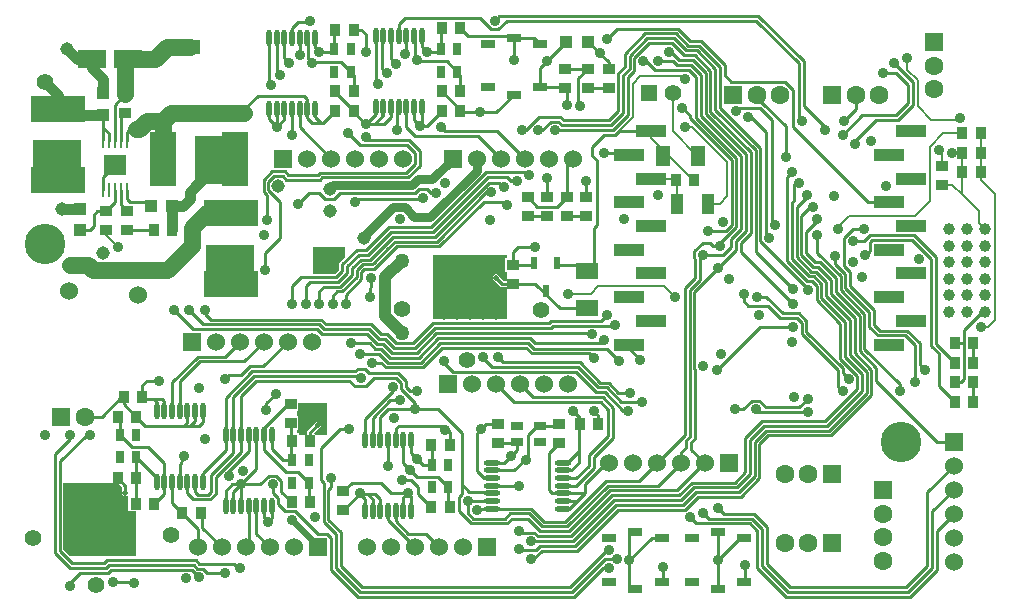
<source format=gtl>
%FSLAX25Y25*%
%MOIN*%
G70*
G01*
G75*
G04 Layer_Physical_Order=1*
G04 Layer_Color=255*
%ADD10R,0.18110X0.08858*%
%ADD11R,0.04331X0.04331*%
%ADD12R,0.03937X0.03543*%
%ADD13R,0.03543X0.03937*%
%ADD14R,0.04528X0.07087*%
%ADD15R,0.02953X0.03937*%
%ADD16O,0.01772X0.05512*%
%ADD17R,0.04724X0.03150*%
%ADD18R,0.04724X0.02953*%
%ADD19R,0.03937X0.02953*%
%ADD20O,0.05512X0.01772*%
%ADD21R,0.10000X0.03900*%
%ADD22R,0.07402X0.06614*%
%ADD23O,0.00984X0.05315*%
%ADD24R,0.04331X0.04331*%
%ADD25R,0.06693X0.04724*%
%ADD26R,0.09449X0.06102*%
%ADD27R,0.08858X0.18110*%
%ADD28R,0.02362X0.03937*%
%ADD29R,0.04331X0.06693*%
%ADD30R,0.07480X0.05315*%
%ADD31C,0.00800*%
%ADD32C,0.01000*%
%ADD33C,0.02000*%
%ADD34C,0.03000*%
%ADD35C,0.05500*%
%ADD36C,0.03500*%
%ADD37C,0.04000*%
%ADD38C,0.03937*%
%ADD39R,0.06299X0.06299*%
%ADD40C,0.06299*%
%ADD41C,0.06000*%
%ADD42R,0.06000X0.06000*%
%ADD43R,0.06299X0.06299*%
%ADD44R,0.06000X0.06000*%
%ADD45C,0.05512*%
%ADD46R,0.05512X0.05512*%
%ADD47C,0.13500*%
%ADD48C,0.03500*%
%ADD49C,0.05500*%
%ADD50C,0.04500*%
%ADD51C,0.05000*%
%ADD52C,0.01969*%
G36*
X354331Y315335D02*
X338331D01*
Y329335D01*
X354331D01*
Y315335D01*
D02*
G37*
G36*
X378500Y266000D02*
X374623D01*
X374417Y266500D01*
X376293Y268376D01*
X376536Y268740D01*
X376622Y269169D01*
X376536Y269599D01*
X376293Y269962D01*
X375929Y270205D01*
X375500Y270291D01*
X375071Y270205D01*
X374707Y269962D01*
X372357Y267612D01*
X372113Y267248D01*
X372028Y266819D01*
X372028Y266819D01*
Y266000D01*
X369222D01*
Y266568D01*
X368500D01*
Y267479D01*
X369069D01*
Y272222D01*
X368500D01*
Y273778D01*
X369069D01*
Y276500D01*
X378500D01*
Y266000D01*
D02*
G37*
G36*
X310209Y248555D02*
Y246492D01*
X310295Y246063D01*
X310538Y245699D01*
X310901Y245456D01*
X311331Y245371D01*
X311760Y245456D01*
X311998Y245615D01*
X312438Y245417D01*
X312479Y245381D01*
Y240431D01*
X315000D01*
Y226000D01*
X314500Y225500D01*
X292849D01*
X290722Y227627D01*
Y250000D01*
X308764D01*
X310209Y248555D01*
D02*
G37*
G36*
X438500Y324884D02*
X438093D01*
Y320140D01*
X438500D01*
Y317334D01*
X437583D01*
X435793Y319124D01*
X435429Y319367D01*
X435000Y319452D01*
X434571Y319367D01*
X434207Y319124D01*
X433964Y318760D01*
X433878Y318331D01*
X433964Y317901D01*
X434207Y317538D01*
X436325Y315420D01*
X436325Y315420D01*
X436689Y315176D01*
X437118Y315091D01*
X437118Y315091D01*
X438500D01*
Y304376D01*
X414108D01*
X414108Y304376D01*
X414000Y304465D01*
Y326000D01*
X438500D01*
Y324884D01*
D02*
G37*
G36*
X296799Y350067D02*
X280799D01*
Y364067D01*
X296799D01*
Y350067D01*
D02*
G37*
G36*
X348634Y349563D02*
X334634D01*
Y365563D01*
X348634D01*
Y349563D01*
D02*
G37*
G36*
X384500Y325086D02*
X382907Y323493D01*
X382664Y323129D01*
X382578Y322700D01*
X382578Y322700D01*
Y320886D01*
X381314Y319621D01*
X374000D01*
Y328500D01*
X384500D01*
Y325086D01*
D02*
G37*
D10*
X288968Y374642D02*
D03*
Y350823D02*
D03*
X346500Y339910D02*
D03*
Y316090D02*
D03*
D11*
X303969Y379776D02*
D03*
Y372689D02*
D03*
X296468Y341276D02*
D03*
Y334189D02*
D03*
D12*
X311469Y373083D02*
D03*
Y379382D02*
D03*
X311968Y340382D02*
D03*
Y334083D02*
D03*
X304969Y340382D02*
D03*
Y334083D02*
D03*
X445500Y345150D02*
D03*
Y338850D02*
D03*
X458500Y345150D02*
D03*
Y338850D02*
D03*
X472500Y387799D02*
D03*
Y381500D02*
D03*
X366500Y269850D02*
D03*
Y276150D02*
D03*
X384000Y247150D02*
D03*
Y240850D02*
D03*
X457969Y381583D02*
D03*
Y387882D02*
D03*
X456000Y263350D02*
D03*
Y269650D02*
D03*
X435500Y269650D02*
D03*
Y263350D02*
D03*
X440661Y322512D02*
D03*
Y316213D02*
D03*
X465000Y345150D02*
D03*
Y338850D02*
D03*
X452000Y345150D02*
D03*
Y338850D02*
D03*
X465500Y387799D02*
D03*
Y381500D02*
D03*
X583500Y355650D02*
D03*
Y349350D02*
D03*
D13*
X596650Y366500D02*
D03*
X590350D02*
D03*
X596650Y360000D02*
D03*
X590350D02*
D03*
X594150Y296500D02*
D03*
X587850D02*
D03*
X594150Y283500D02*
D03*
X587850D02*
D03*
X314850Y243000D02*
D03*
X321150D02*
D03*
X413350Y242000D02*
D03*
X419650D02*
D03*
X419650Y262500D02*
D03*
X413350D02*
D03*
X336650Y240000D02*
D03*
X330350D02*
D03*
X366850Y243500D02*
D03*
X373150D02*
D03*
X373150Y264000D02*
D03*
X366850D02*
D03*
X462850Y269500D02*
D03*
X469150D02*
D03*
X317150Y278500D02*
D03*
X310850D02*
D03*
X315150Y272000D02*
D03*
X308850D02*
D03*
X308850Y251500D02*
D03*
X315150D02*
D03*
X327118Y334232D02*
D03*
X320819D02*
D03*
X594150Y277000D02*
D03*
X587850D02*
D03*
X594150Y290000D02*
D03*
X587850D02*
D03*
X416850Y380500D02*
D03*
X423150D02*
D03*
X423150Y401500D02*
D03*
X416850D02*
D03*
X416850Y374000D02*
D03*
X423150D02*
D03*
X381350Y380500D02*
D03*
X387650D02*
D03*
X387650Y401000D02*
D03*
X381350D02*
D03*
X381350Y374000D02*
D03*
X387650D02*
D03*
X494850Y351000D02*
D03*
X501150D02*
D03*
X596650Y353500D02*
D03*
X590350D02*
D03*
D14*
X490594Y359000D02*
D03*
X502406D02*
D03*
D15*
X413500Y248500D02*
D03*
X419000Y256000D02*
D03*
X413500D02*
D03*
X419000Y248500D02*
D03*
X367000Y250000D02*
D03*
X372500Y257500D02*
D03*
X367000D02*
D03*
X372500Y250000D02*
D03*
X315000Y266000D02*
D03*
X309500Y258500D02*
D03*
X315000D02*
D03*
X309500Y266000D02*
D03*
X381000Y387000D02*
D03*
X386500Y394500D02*
D03*
X381000D02*
D03*
X386500Y387000D02*
D03*
X416500D02*
D03*
X422000Y394500D02*
D03*
X416500D02*
D03*
X422000Y387000D02*
D03*
D16*
X391323Y240689D02*
D03*
X393882D02*
D03*
X396441D02*
D03*
X399000D02*
D03*
X401559D02*
D03*
X404118D02*
D03*
X406677D02*
D03*
X391323Y264311D02*
D03*
X393882D02*
D03*
X396441D02*
D03*
X399000D02*
D03*
X401559D02*
D03*
X404118D02*
D03*
X406677D02*
D03*
X344823Y242189D02*
D03*
X347382D02*
D03*
X349941D02*
D03*
X352500D02*
D03*
X355059D02*
D03*
X357618D02*
D03*
X360177D02*
D03*
X344823Y265811D02*
D03*
X347382D02*
D03*
X349941D02*
D03*
X352500D02*
D03*
X355059D02*
D03*
X357618D02*
D03*
X360177D02*
D03*
X337177Y273811D02*
D03*
X334618D02*
D03*
X332059D02*
D03*
X329500D02*
D03*
X326941D02*
D03*
X324382D02*
D03*
X321823D02*
D03*
X337177Y250189D02*
D03*
X334618D02*
D03*
X332059D02*
D03*
X329500D02*
D03*
X326941D02*
D03*
X324382D02*
D03*
X321823D02*
D03*
X359323Y374689D02*
D03*
X361882D02*
D03*
X364441D02*
D03*
X367000D02*
D03*
X369559D02*
D03*
X372118D02*
D03*
X374677D02*
D03*
X359323Y398311D02*
D03*
X361882D02*
D03*
X364441D02*
D03*
X367000D02*
D03*
X369559D02*
D03*
X372118D02*
D03*
X374677D02*
D03*
X394823Y375189D02*
D03*
X397382D02*
D03*
X399941D02*
D03*
X402500D02*
D03*
X405059D02*
D03*
X407618D02*
D03*
X410177D02*
D03*
X394823Y398811D02*
D03*
X397382D02*
D03*
X399941D02*
D03*
X402500D02*
D03*
X405059D02*
D03*
X407618D02*
D03*
X410177D02*
D03*
D17*
X440869Y379232D02*
D03*
Y398332D02*
D03*
X481400Y214500D02*
D03*
Y233600D02*
D03*
X508900Y214500D02*
D03*
Y233600D02*
D03*
D18*
X432268Y381732D02*
D03*
X449768D02*
D03*
X449669Y396232D02*
D03*
X432268D02*
D03*
X472800Y217000D02*
D03*
X490300D02*
D03*
X490200Y231500D02*
D03*
X472800D02*
D03*
X500300Y217000D02*
D03*
X517800D02*
D03*
X517700Y231500D02*
D03*
X500300D02*
D03*
D19*
X449500Y263500D02*
D03*
X442000Y269000D02*
D03*
Y263500D02*
D03*
X449500Y269000D02*
D03*
D20*
X457311Y241323D02*
D03*
Y243882D02*
D03*
Y246441D02*
D03*
Y249000D02*
D03*
Y251559D02*
D03*
Y254118D02*
D03*
Y256677D02*
D03*
X433689Y241323D02*
D03*
Y243882D02*
D03*
Y246441D02*
D03*
Y249000D02*
D03*
Y251559D02*
D03*
Y254118D02*
D03*
Y256677D02*
D03*
D21*
X573366Y367100D02*
D03*
X565862Y359200D02*
D03*
X573366Y351300D02*
D03*
X565862Y343400D02*
D03*
X573366Y335500D02*
D03*
X565862Y327600D02*
D03*
X573366Y319700D02*
D03*
X565862Y311800D02*
D03*
X573366Y303900D02*
D03*
X565862Y296000D02*
D03*
X486750Y367100D02*
D03*
X479250Y359200D02*
D03*
X486750Y351300D02*
D03*
X479250Y343400D02*
D03*
X486750Y335500D02*
D03*
X479250Y327600D02*
D03*
X486750Y319700D02*
D03*
X479250Y311800D02*
D03*
X486750Y303900D02*
D03*
X479250Y296000D02*
D03*
D22*
X307968Y355732D02*
D03*
D23*
X304031Y347465D02*
D03*
X306000D02*
D03*
X307968D02*
D03*
X309937D02*
D03*
X311906D02*
D03*
X304031Y364000D02*
D03*
X306000D02*
D03*
X307968D02*
D03*
X309937D02*
D03*
X311906D02*
D03*
D24*
X327012Y342232D02*
D03*
X319925D02*
D03*
X458457Y397000D02*
D03*
X465543D02*
D03*
D25*
X332968Y373098D02*
D03*
Y395232D02*
D03*
D26*
X300465Y391232D02*
D03*
X312472D02*
D03*
D27*
X324059Y357732D02*
D03*
X347878D02*
D03*
D28*
X451500Y313776D02*
D03*
X447760Y323224D02*
D03*
X455240D02*
D03*
D29*
X495185Y343000D02*
D03*
X505815D02*
D03*
D30*
X465161Y320661D02*
D03*
Y308063D02*
D03*
D31*
X596000Y336500D02*
X598000Y334500D01*
X601205Y304205D02*
Y346201D01*
X599000Y302000D02*
X601205Y304205D01*
X596500Y302000D02*
X599000D01*
X596650Y350756D02*
X601205Y346201D01*
X491000Y315500D02*
X494500Y312000D01*
X469000Y315500D02*
X491000D01*
X466500Y313000D02*
X469000Y315500D01*
X459000Y313000D02*
X466500D01*
X549000Y334500D02*
X550000Y335500D01*
X549500Y336000D02*
X550000Y335500D01*
X549500Y336000D02*
X552500Y339000D01*
X574500D01*
X596650Y360000D02*
Y366500D01*
X304969Y332531D02*
X309000Y328500D01*
X304969Y332531D02*
Y334083D01*
X493905Y367094D02*
Y379732D01*
Y367094D02*
X502000Y359000D01*
X502406D01*
X498000Y368500D02*
X500379D01*
X509500Y343000D02*
X512000Y345500D01*
X505815Y343000D02*
X509500D01*
X486750Y351300D02*
X494550D01*
X494850Y351000D02*
X495185Y350665D01*
X494550Y351300D02*
X494850Y351000D01*
X495185Y343000D02*
Y350665D01*
X486750Y364844D02*
X500595Y351000D01*
X486750Y364844D02*
Y367100D01*
X596650Y350756D02*
Y360000D01*
X590350Y346150D02*
Y353500D01*
Y360000D01*
X574500Y339000D02*
X579500Y344000D01*
X583500Y349350D02*
X587150D01*
X590350Y346150D01*
X512000Y345500D02*
Y356879D01*
X500379Y368500D02*
X512000Y356879D01*
X475863Y367100D02*
X480500Y371737D01*
Y383000D01*
X483000Y385500D01*
X497000D01*
X498000Y384500D01*
X572000Y387621D02*
Y391500D01*
Y387621D02*
X575500Y384121D01*
Y375500D02*
Y384121D01*
Y375500D02*
X580000Y371000D01*
X589000D01*
X589500Y371500D01*
X596000Y336500D02*
Y340500D01*
X590350Y346150D02*
X596000Y340500D01*
X582500Y361000D02*
X582633D01*
X579500Y361889D02*
X584111Y366500D01*
X579500Y344000D02*
Y361889D01*
X584111Y366500D02*
X590350D01*
X583500Y355650D02*
Y360111D01*
X583511Y360122D01*
X582633Y361000D02*
X583511Y360122D01*
D32*
X597000Y307000D02*
X598000D01*
X558000Y325500D02*
X559600Y327100D01*
Y330100D01*
X558000Y325500D02*
Y326000D01*
X557737Y330500D02*
X559737Y332500D01*
X554000Y330500D02*
X557737D01*
X559600Y330100D02*
X560400Y330900D01*
X567198D01*
X553969Y334500D02*
X557500D01*
X551050Y322070D02*
Y331580D01*
X553969Y334500D01*
X420500Y287000D02*
X423555D01*
X417500Y290000D02*
X420500Y287000D01*
X423555D02*
X423625Y286931D01*
X417500Y290000D02*
Y290500D01*
X548000Y322857D02*
X551450Y319407D01*
X542000Y326594D02*
X549850Y318744D01*
X548250Y313487D02*
Y318081D01*
X542832Y323500D02*
X548250Y318081D01*
X546650Y312825D02*
Y317419D01*
X542169Y321900D02*
X546650Y317419D01*
X545050Y312162D02*
Y316756D01*
X541506Y320300D02*
X545050Y316756D01*
X543450Y311499D02*
Y316093D01*
X539326Y318700D02*
X540843D01*
X541850Y310836D02*
Y315430D01*
X532000Y323763D02*
X538663Y317100D01*
X548000Y322857D02*
Y325500D01*
X540843Y318700D02*
X543450Y316093D01*
X540180Y317100D02*
X541850Y315430D01*
X538663Y317100D02*
X540180D01*
X551050Y322070D02*
X553050Y320070D01*
X559737Y332500D02*
X567861D01*
X542000Y326594D02*
Y332500D01*
X538400Y333400D02*
X542076Y337076D01*
X538400Y326414D02*
Y333400D01*
X542076Y337076D02*
Y337900D01*
X582000Y263500D02*
X587500D01*
X561750Y283750D02*
X582000Y263500D01*
X561750Y283750D02*
Y288332D01*
X532000Y323763D02*
Y352000D01*
X533600Y324426D02*
X539326Y318700D01*
X535200Y325088D02*
Y342000D01*
X452754Y303254D02*
X453450Y303950D01*
X414108Y303254D02*
X452754D01*
X453417Y301654D02*
X454113Y302350D01*
X414771Y301654D02*
X453417D01*
X407254Y296400D02*
X414108Y303254D01*
X407917Y294800D02*
X414771Y301654D01*
X408579Y293200D02*
X415079Y299700D01*
X466800D01*
X409242Y291600D02*
X415742Y298100D01*
X446325D01*
X409905Y290000D02*
X416405Y296500D01*
X445663D01*
X410568Y288400D02*
X417068Y294900D01*
X445000D01*
X573680Y330850D02*
X579900Y324630D01*
Y295688D02*
Y324630D01*
X574343Y332450D02*
X581500Y325293D01*
Y296350D02*
Y325293D01*
X582500Y282350D02*
X587850Y277000D01*
X499500Y371500D02*
Y372500D01*
X514934Y373733D02*
X516052Y374850D01*
X523150D02*
X527000Y371000D01*
X523813Y376450D02*
X531500Y368763D01*
X523787Y376450D02*
X523813D01*
X521969Y378269D02*
X523787Y376450D01*
X531500Y358500D02*
Y368763D01*
X527000Y337000D02*
Y371000D01*
X523100Y330369D02*
Y361476D01*
X521500Y327000D02*
Y360814D01*
X467500Y335000D02*
X468500Y336000D01*
X467500Y323000D02*
Y335000D01*
X465161Y320661D02*
X467500Y323000D01*
X467000Y359000D02*
Y362000D01*
Y359000D02*
X468500Y357500D01*
X467000Y362000D02*
X470900Y365900D01*
X475863Y367100D02*
X486750D01*
X474663Y365900D02*
X475863Y367100D01*
X521969Y378269D02*
Y379232D01*
X535900Y371600D02*
X537000Y370500D01*
X544500Y367500D02*
Y368500D01*
X537500Y375500D02*
X544500Y368500D01*
X537500Y375500D02*
Y390500D01*
X550985Y370515D02*
X551015D01*
X554969Y374468D01*
Y379232D01*
X525000Y332500D02*
Y367000D01*
X337100Y234900D02*
X343500Y228500D01*
X337100Y234900D02*
Y239550D01*
X336650Y240000D02*
X337100Y239550D01*
X360500Y246545D02*
X362163Y244882D01*
Y242892D02*
Y244882D01*
Y242892D02*
X364623Y240431D01*
X368069D02*
X375500Y233000D01*
X364623Y240431D02*
X368069D01*
X375500Y233000D02*
X378556D01*
X356410Y249441D02*
X359319Y252350D01*
X361681D01*
X363350Y250680D01*
Y247000D02*
Y250680D01*
Y247000D02*
X366850Y243500D01*
X465950Y293050D02*
X467500Y291500D01*
X446850Y293050D02*
X465950D01*
X445000Y294900D02*
X446850Y293050D01*
X466800Y299700D02*
X467000Y299500D01*
X470000Y296500D02*
X471000Y297500D01*
X447926Y296500D02*
X470000D01*
X446325Y298100D02*
X447926Y296500D01*
X447513Y294650D02*
X471850D01*
X445663Y296500D02*
X447513Y294650D01*
X471850D02*
X476000Y290500D01*
X454113Y302350D02*
X474350D01*
X453450Y303950D02*
X469950D01*
X472000Y306000D01*
X474350Y302350D02*
X474500Y302500D01*
X510531Y326000D02*
X513200Y328670D01*
X559100Y343400D02*
X565862D01*
X531477Y383482D02*
X534000Y380959D01*
X513468Y383482D02*
X531477D01*
X472500Y387799D02*
Y390043D01*
X465543Y397000D02*
X472500Y390043D01*
X497000Y375000D02*
X499500Y372500D01*
X479250Y294750D02*
X483000Y291000D01*
X479250Y294750D02*
Y296000D01*
X536000Y275100D02*
X538900Y278000D01*
X524930Y275100D02*
X536000D01*
X522681Y277350D02*
X524930Y275100D01*
X520320Y277350D02*
X522681D01*
X517470Y274500D02*
X520320Y277350D01*
X514500Y274500D02*
X517470D01*
X522500Y273500D02*
X539000D01*
X521500Y274500D02*
X522500Y273500D01*
X307394Y217000D02*
X314500D01*
X314254Y216485D02*
X314500Y216730D01*
Y217000D01*
X336075Y222950D02*
X347550D01*
X334825Y224200D02*
X336075Y222950D01*
X305375Y224200D02*
X334825D01*
X304275Y223100D02*
X305375Y224200D01*
X293663Y223100D02*
X304275D01*
X335413Y221350D02*
X337180D01*
X334163Y222600D02*
X335413Y221350D01*
X306037Y222600D02*
X334163D01*
X304937Y221500D02*
X306037Y222600D01*
X293000Y221500D02*
X304937D01*
X333500Y221000D02*
X336000Y218500D01*
X306700Y221000D02*
X333500D01*
X305600Y219900D02*
X306700Y221000D01*
X449419Y371950D02*
X456343D01*
X444970Y367500D02*
X449419Y371950D01*
X443500Y367500D02*
X444970D01*
X453320Y370350D02*
X455681D01*
X450469Y367500D02*
X453320Y370350D01*
X449000Y367500D02*
X450469D01*
X416500Y368500D02*
X417900Y367100D01*
X435400D01*
X444500Y358000D01*
X497950Y314976D02*
X501300Y318325D01*
X501150Y313650D02*
X509000Y321500D01*
X501150Y287820D02*
Y313650D01*
X499550Y314313D02*
X502900Y317663D01*
X499550Y287157D02*
Y314313D01*
X497950Y286494D02*
Y314976D01*
X500000Y261000D02*
Y263474D01*
X497950Y286494D02*
X498000Y286444D01*
Y266000D02*
Y286444D01*
X499550Y287157D02*
X499600Y287107D01*
Y265337D02*
Y287107D01*
X501150Y287820D02*
X501200Y287770D01*
Y264674D02*
Y287770D01*
X500000Y263474D02*
X501200Y264674D01*
X498400Y264137D02*
X499600Y265337D01*
X498400Y261900D02*
Y264137D01*
X488500Y256500D02*
X498000Y266000D01*
X501300Y318325D02*
Y324670D01*
X502900Y317663D02*
Y324900D01*
X496500Y260000D02*
X498400Y261900D01*
X500000Y261000D02*
X504500Y256500D01*
X471975Y227500D02*
X472500D01*
X459570Y215095D02*
X471975Y227500D01*
X390430Y215095D02*
X459570D01*
X383200Y222325D02*
X390430Y215095D01*
X460232Y213495D02*
X471236Y224498D01*
X475300D01*
X389768Y213495D02*
X460232D01*
X381600Y221663D02*
X389768Y213495D01*
X470500Y221500D02*
X472500D01*
X460895Y211895D02*
X470500Y221500D01*
X389105Y211895D02*
X460895D01*
X380000Y221000D02*
X389105Y211895D01*
X394350Y284850D02*
X401681D01*
X391650Y282150D02*
X394350Y284850D01*
X387850Y282150D02*
X391650D01*
X386150Y283850D02*
X387850Y282150D01*
X391180Y287850D02*
X392581Y286450D01*
X391323Y271323D02*
X400500Y280500D01*
X404950Y281843D02*
X406293Y280500D01*
X404950Y281843D02*
Y283843D01*
X402343Y286450D02*
X404950Y283843D01*
X392581Y286450D02*
X402343D01*
X403350Y281181D02*
X408000Y276531D01*
X403350Y281181D02*
Y283180D01*
X401681Y284850D02*
X403350Y283180D01*
X400500Y280500D02*
Y282000D01*
X398337Y288400D02*
X410568D01*
X396737Y290000D02*
X398337Y288400D01*
X399000Y290000D02*
X409905D01*
X396000Y293000D02*
X399000Y290000D01*
X399663Y291600D02*
X409242D01*
X396663Y294600D02*
X399663Y291600D01*
X400325Y293200D02*
X408579D01*
X397325Y296200D02*
X400325Y293200D01*
X400988Y294800D02*
X407917D01*
X397988Y297800D02*
X400988Y294800D01*
X401651Y296400D02*
X407254D01*
X398651Y299400D02*
X401651Y296400D01*
X396746Y299400D02*
X398651D01*
X383200Y222325D02*
Y233563D01*
X379100Y237663D02*
X383200Y233563D01*
X379100Y237663D02*
Y247545D01*
X381600Y221663D02*
Y232900D01*
X377500Y237000D02*
X381600Y232900D01*
X393500Y290000D02*
X396737D01*
X430500Y291600D02*
Y292000D01*
X392121Y299500D02*
X395421Y296200D01*
X377000Y299500D02*
X392121D01*
X395421Y296200D02*
X397325D01*
X392783Y301100D02*
X396083Y297800D01*
X397988D01*
X393352Y302794D02*
X396746Y299400D01*
X377663Y301100D02*
X392783D01*
X378231Y302794D02*
X393352D01*
X394758Y294600D02*
X396663D01*
X392858Y296500D02*
X394758Y294600D01*
X389500Y293000D02*
X396000D01*
X386500Y296500D02*
X392858D01*
X380000Y221000D02*
Y231556D01*
X378556Y233000D02*
X380000Y231556D01*
X360500Y246545D02*
Y249500D01*
X425231Y286931D02*
X429375D01*
X425231Y286931D02*
X425231Y286931D01*
X423625Y286931D02*
X425231D01*
X429375Y286931D02*
X429445Y287000D01*
X461500D01*
X406293Y280500D02*
X408500D01*
X344500Y284500D02*
X345881Y285881D01*
X350119D01*
X352937Y288700D01*
X357200D01*
X365500Y297000D01*
X399763Y277500D02*
X403000D01*
X393882Y271619D02*
X399763Y277500D01*
X399026Y274500D02*
X408000D01*
X396441Y271916D02*
X399026Y274500D01*
X388820Y287850D02*
X391180D01*
X388070Y287100D02*
X388820Y287850D01*
X353600Y287100D02*
X388070D01*
X354875Y283850D02*
X386150D01*
X349941Y278916D02*
X354875Y283850D01*
X354313Y285450D02*
X389550D01*
X390000Y285000D01*
X354263Y285500D02*
X354313Y285450D01*
X376063Y302700D02*
X377663Y301100D01*
X375400D02*
X377000Y299500D01*
X376726Y304300D02*
X378231Y302794D01*
X340000Y304300D02*
X376726D01*
X338000Y306300D02*
X340000Y304300D01*
X338000Y306300D02*
Y307500D01*
X337300Y302700D02*
X376063D01*
X332500Y307500D02*
X337300Y302700D01*
X333900Y301100D02*
X375400D01*
X327500Y307500D02*
X333900Y301100D01*
X452000Y345150D02*
Y351500D01*
X438750Y342500D02*
Y342550D01*
X437650Y343650D02*
X438750Y342550D01*
X431700Y346734D02*
X433467D01*
X430878Y343650D02*
X437650D01*
X438500Y352000D02*
X440000Y350500D01*
X432440Y352000D02*
X438500D01*
X431777Y353600D02*
X444900D01*
X436000Y350000D02*
X437500Y348500D01*
X444900Y353600D02*
X446000Y352500D01*
X432702Y350000D02*
X436000D01*
X440000Y350500D02*
X442000D01*
X394350Y330138D02*
X399362Y335150D01*
X400750Y327461D02*
Y327487D01*
X395039Y321750D02*
X400750Y327461D01*
X395013Y321750D02*
X395039D01*
X399150Y328124D02*
Y328150D01*
X394376Y323350D02*
X399150Y328124D01*
X394350Y323350D02*
X394376D01*
X397550Y328787D02*
Y328813D01*
X393713Y324950D02*
X397550Y328787D01*
X393687Y324950D02*
X393713D01*
X395950Y329450D02*
Y329475D01*
X393050Y326550D02*
X395950Y329450D01*
X393024Y326550D02*
X393050D01*
X394350Y330112D02*
Y330138D01*
X392388Y328150D02*
X394350Y330112D01*
X392362Y328150D02*
X392388D01*
X399150D02*
X401350Y330350D01*
X393700Y322700D02*
X394350Y323350D01*
X390488Y322700D02*
X393700D01*
X397550Y328813D02*
X400687Y331950D01*
X393037Y324300D02*
X393687Y324950D01*
X389826Y324300D02*
X393037D01*
X395950Y329475D02*
X400025Y333550D01*
X392374Y325900D02*
X393024Y326550D01*
X389163Y325900D02*
X392374D01*
X391712Y327500D02*
X392362Y328150D01*
X388500Y327500D02*
X391712D01*
X383700Y322700D02*
X388500Y327500D01*
X385300Y322037D02*
X389163Y325900D01*
X386900Y321375D02*
X389826Y324300D01*
X388500Y320712D02*
X390488Y322700D01*
X400750Y327487D02*
X402013Y328750D01*
X394363Y321100D02*
X395013Y321750D01*
X391151Y321100D02*
X394363D01*
X390100Y320049D02*
X391151Y321100D01*
X390100Y317771D02*
Y320049D01*
X385000Y312671D02*
X390100Y317771D01*
X383700Y320422D02*
Y322700D01*
X381778Y318500D02*
X383700Y320422D01*
X385300Y319759D02*
Y322037D01*
X382441Y316900D02*
X385300Y319759D01*
X386900Y319096D02*
Y321375D01*
X383104Y315300D02*
X386900Y319096D01*
X388500Y318433D02*
Y320712D01*
X383767Y313700D02*
X388500Y318433D01*
X385000Y309500D02*
Y312671D01*
X382000Y313700D02*
X383767D01*
X380500Y312200D02*
X382000Y313700D01*
X380500Y309500D02*
Y312200D01*
X377500Y315300D02*
X383104D01*
X376000Y313800D02*
X377500Y315300D01*
X376000Y309500D02*
Y313800D01*
X373000Y316900D02*
X382441D01*
X371500Y315400D02*
X373000Y316900D01*
X371500Y309500D02*
Y315400D01*
X370000Y318500D02*
X381778D01*
X367000Y315500D02*
X370000Y318500D01*
X367000Y309500D02*
Y315500D01*
X393000Y312000D02*
X393165Y318165D01*
X369000Y343000D02*
X372500Y346500D01*
X350902Y373098D02*
Y374402D01*
X355500Y379000D01*
X371000D01*
X372118Y377882D01*
Y374689D02*
Y377882D01*
X457969Y381583D02*
X458500Y381051D01*
X457819Y381732D02*
X457969Y381583D01*
X458500Y376000D02*
Y381051D01*
X465000Y345150D02*
Y350500D01*
X458500Y356000D02*
X460500Y358000D01*
X458500Y345150D02*
Y356000D01*
X455350Y342000D02*
X458500Y345150D01*
X448650Y342000D02*
X455350D01*
X445500Y345150D02*
X448650Y342000D01*
X452000Y338850D02*
X452000Y338850D01*
X445500Y338850D02*
X452000D01*
X465000D02*
X465000Y338850D01*
X458500Y338850D02*
X465000D01*
X463236Y322587D02*
X465161Y320661D01*
X454902Y322587D02*
X463236D01*
X456236Y308063D02*
X465161D01*
X448087Y316213D02*
X456236Y308063D01*
X440661Y316213D02*
X448087D01*
X435000Y318331D02*
X437118Y316213D01*
X440661D01*
X442202Y328500D02*
X448000D01*
X440500Y326798D02*
X442202Y328500D01*
X440500Y322673D02*
Y326798D01*
Y322673D02*
X440661Y322512D01*
X447346D02*
X447421Y322587D01*
X440661Y322512D02*
X447346D01*
X472488Y283300D02*
X475788Y280000D01*
X476525Y277000D02*
X483500D01*
X475788Y280000D02*
X479500D01*
X471826Y281700D02*
X476525Y277000D01*
X477263Y274000D02*
X479000D01*
X469726Y283300D02*
X472488D01*
X462825Y290200D02*
X469726Y283300D01*
X437300Y290200D02*
X462825D01*
X435500Y292000D02*
X437300Y290200D01*
X469063Y281700D02*
X471826D01*
X462163Y288600D02*
X469063Y281700D01*
X433500Y288600D02*
X462163D01*
X471163Y280100D02*
X477263Y274000D01*
X468400Y280100D02*
X471163D01*
X461500Y287000D02*
X468400Y280100D01*
X467500Y274000D02*
X469150Y272350D01*
Y269500D02*
Y272350D01*
X462850Y269500D02*
Y271650D01*
X460500Y274000D02*
X462850Y271650D01*
X457311Y251559D02*
X461796D01*
X465900Y255663D01*
Y259163D01*
X440860Y276900D02*
X469837D01*
X434929Y282831D02*
X440860Y276900D01*
X447260Y278500D02*
X470500D01*
X442929Y282831D02*
X447260Y278500D01*
X467500Y255000D02*
Y258500D01*
X461500Y249000D02*
X467500Y255000D01*
X457311Y249000D02*
X461500D01*
X457252Y246500D02*
X457311Y246441D01*
X453500Y246500D02*
X457252D01*
X452500Y247500D02*
X453500Y246500D01*
X452500Y247500D02*
Y259850D01*
X456000Y263350D01*
X462500Y260500D02*
Y269150D01*
Y256500D02*
Y260500D01*
X458677Y256677D02*
X462500Y260500D01*
X457311Y256677D02*
X458677D01*
X462500Y269150D02*
X462850Y269500D01*
X460118Y254118D02*
X462500Y256500D01*
X457311Y254118D02*
X460118D01*
X457311Y243882D02*
X462000D01*
X567910Y332450D02*
X574343D01*
X567248Y330850D02*
X573680D01*
X567198Y330900D02*
X567248Y330850D01*
X567861Y332500D02*
X567910Y332450D01*
X435650Y401150D02*
X438500Y404000D01*
X433320Y401150D02*
X435650D01*
X434485Y404015D02*
X434515D01*
X436105Y405605D01*
X429500Y404970D02*
X433320Y401150D01*
X429500Y404970D02*
Y405000D01*
X404500D02*
X429500D01*
X402500Y403000D02*
X404500Y405000D01*
X449768Y388312D02*
X458457Y397000D01*
X372500Y403500D02*
X373000Y404000D01*
X369000Y403500D02*
X372500D01*
X367000Y401500D02*
X369000Y403500D01*
X367000Y398311D02*
Y401500D01*
X402500Y398811D02*
Y403000D01*
X440201Y399000D02*
X440869Y398332D01*
X425650Y399000D02*
X440201D01*
X423150Y401500D02*
X425650Y399000D01*
X440869Y391131D02*
X441000Y391000D01*
X440869Y391131D02*
Y398332D01*
X501150Y327181D02*
X503969Y330000D01*
X504000Y326000D02*
X510531D01*
X509000Y321500D02*
X515000Y327500D01*
X501150Y324819D02*
Y327181D01*
Y324819D02*
X501300Y324670D01*
X496500Y256500D02*
Y260000D01*
X502900Y324900D02*
X504000Y326000D01*
X369500Y392000D02*
Y392500D01*
Y392000D02*
X369559Y392059D01*
X372350Y391150D02*
Y398079D01*
Y391150D02*
X373500Y390000D01*
X364441Y391559D02*
Y398311D01*
Y391559D02*
X366000Y390000D01*
X361882Y387118D02*
Y398311D01*
Y387118D02*
X363000Y386000D01*
X359323Y383177D02*
Y398311D01*
Y383177D02*
X360000Y382500D01*
X390000Y401000D02*
X391500Y399500D01*
X387650Y401000D02*
X390000D01*
X374677Y394823D02*
X376000Y393500D01*
X374677Y394823D02*
Y398311D01*
X376000Y393500D02*
X380000D01*
X381000Y394500D01*
X383432Y390069D02*
X386500Y387000D01*
X373569Y390069D02*
X383432D01*
X372118Y398311D02*
X372350Y398079D01*
X409000Y390500D02*
X418500D01*
X407850Y391650D02*
Y398579D01*
X415500Y393500D02*
X416500Y394500D01*
X412000Y393500D02*
X415500D01*
X410177Y395323D02*
X412000Y393500D01*
X410177Y395323D02*
Y398811D01*
X418500Y390500D02*
X422000Y387000D01*
X407618Y398811D02*
X407850Y398579D01*
X426807Y236400D02*
X438663D01*
X422650Y240557D02*
X426807Y236400D01*
X422650Y240557D02*
Y245181D01*
X423500Y246030D01*
Y249500D01*
X427469Y238000D02*
X438000D01*
X425500Y239969D02*
X427469Y238000D01*
X425500Y239969D02*
Y243000D01*
X424500Y244000D02*
X425500Y243000D01*
X426150Y246850D02*
X433280D01*
X433689Y246441D01*
X423500Y249500D02*
X426150Y246850D01*
X428500Y241000D02*
X428823Y241323D01*
X424618Y243882D02*
X433689D01*
X489000Y249000D02*
X496500Y256500D01*
X321150Y243000D02*
X324382Y246232D01*
Y250189D01*
X349941Y260178D02*
Y265811D01*
X341600Y251837D02*
X349941Y260178D01*
X341600Y246337D02*
Y251837D01*
X339663Y244400D02*
X341600Y246337D01*
X334100Y244400D02*
X339663D01*
X332059Y246441D02*
X334100Y244400D01*
X332059Y246441D02*
Y250189D01*
X335500Y228500D02*
Y234500D01*
X326941Y243059D02*
X335500Y234500D01*
X326941Y243059D02*
Y250189D01*
X334618Y246882D02*
Y250189D01*
Y246882D02*
X335500Y246000D01*
X339000D01*
X340000Y247000D01*
Y252500D01*
X347382Y259882D01*
Y265811D01*
X344823Y260823D02*
Y265811D01*
X337177Y253177D02*
X344823Y260823D01*
X337177Y250189D02*
Y253177D01*
X349941Y265811D02*
Y278916D01*
X347382Y265811D02*
Y278619D01*
X344823Y265811D02*
Y278323D01*
X358454Y276454D02*
X361500Y279500D01*
Y280500D01*
X358454Y274185D02*
Y276454D01*
X357618Y268118D02*
X365650Y276150D01*
X318500Y284000D02*
X322500D01*
X317150Y282650D02*
X318500Y284000D01*
X317150Y278500D02*
Y282650D01*
X329500Y273811D02*
Y283737D01*
X326941Y273811D02*
Y283441D01*
X333000Y269000D02*
X336000D01*
X337177Y270177D01*
Y273811D01*
X331000Y269000D02*
X333000D01*
X334618Y270618D01*
Y273811D01*
X315150Y272000D02*
X318150Y269000D01*
X331000D01*
X332059Y270059D01*
Y273811D01*
X320575Y278000D02*
X323500D01*
X317650D02*
X320575D01*
X321823Y276752D01*
Y273811D02*
Y276752D01*
X324382Y273811D02*
Y277118D01*
X323500Y278000D02*
X324382Y277118D01*
X317150Y278500D02*
X317650Y278000D01*
X298000Y272000D02*
X303555D01*
X310055Y278500D01*
X310850D01*
Y276299D02*
Y278500D01*
Y276299D02*
X315150Y272000D01*
X311331Y246492D02*
Y249020D01*
X308850Y251500D02*
X311331Y249020D01*
X315000Y243150D02*
Y258500D01*
X308850Y272000D02*
X309500Y271350D01*
Y266000D02*
Y271350D01*
Y266000D02*
X313500Y262000D01*
X319000D01*
X324382Y256618D01*
Y250189D02*
Y256618D01*
X315000Y258500D02*
X321823Y251677D01*
Y250189D02*
Y251677D01*
X347382Y246882D02*
X349941Y249441D01*
Y242189D02*
Y249441D01*
X372500Y244150D02*
Y250000D01*
X357618Y265811D02*
Y268118D01*
X365650Y276150D02*
X366500D01*
X364000Y257500D02*
X367000D01*
X366500Y258000D02*
Y269850D01*
X373150Y266819D02*
X375500Y269169D01*
X373150Y264000D02*
Y266819D01*
X369000Y253500D02*
X372500Y250000D01*
X365000Y253500D02*
X369000D01*
X357618Y260882D02*
X365000Y253500D01*
X357618Y260882D02*
Y265811D01*
X360177Y261323D02*
X364000Y257500D01*
X360177Y261323D02*
Y265811D01*
X346941Y249441D02*
X349941D01*
X344823Y247323D02*
X346941Y249441D01*
X344823Y242189D02*
Y247323D01*
X347382Y242189D02*
Y246882D01*
X357618Y238382D02*
Y242189D01*
Y238382D02*
X359000Y237000D01*
X360177Y238177D01*
Y242189D01*
X351500Y228500D02*
X352500Y229500D01*
Y242189D01*
X355059Y232941D02*
X359500Y228500D01*
X355059Y232941D02*
Y242189D01*
X396500Y250000D02*
X400000Y246500D01*
X405500D01*
X403500Y251000D02*
X406500D01*
X409000Y248500D01*
X430941Y251559D02*
X433689D01*
X428500Y254000D02*
X430941Y251559D01*
X428500Y254000D02*
Y266500D01*
X430000Y268000D01*
X431650Y269650D01*
X435500D01*
X416500Y269000D02*
X418000Y267500D01*
X402500Y269000D02*
X416500D01*
X401559Y268059D02*
X402500Y269000D01*
X401559Y264311D02*
Y268059D01*
X418000Y267500D02*
X419000D01*
X419650Y266850D01*
Y262500D02*
Y266850D01*
X409000Y246350D02*
Y248500D01*
Y246350D02*
X413350Y242000D01*
X389500Y246350D02*
X392150D01*
X394650D01*
X396441Y244559D01*
Y240689D02*
Y244559D01*
X392150Y246350D02*
X393882Y244618D01*
Y240689D02*
Y244618D01*
X389500Y246350D02*
X391323Y244528D01*
Y240689D02*
Y244528D01*
X384000Y240850D02*
X389500Y246350D01*
X405500Y246500D02*
X406677Y245323D01*
Y240689D02*
Y245323D01*
X404118Y245118D02*
X405500Y246500D01*
X404118Y240689D02*
Y245118D01*
X411500Y233000D02*
X416000Y228500D01*
X405763Y233000D02*
X411500D01*
X401559Y237204D02*
X405763Y233000D01*
X401559Y237204D02*
Y240689D01*
X399000Y237500D02*
Y240689D01*
Y237500D02*
X408000Y228500D01*
X428823Y241323D02*
X433689D01*
X408000Y274500D02*
X415500D01*
X423500Y266500D01*
Y249500D02*
Y266500D01*
X396441Y264311D02*
Y271916D01*
X393882Y264311D02*
Y271619D01*
X391323Y264311D02*
Y271323D01*
X404118Y256382D02*
X408500Y252000D01*
X406677Y259823D02*
X410500Y256000D01*
X413350Y262500D02*
X413500Y262350D01*
Y256000D02*
Y262350D01*
X419000Y242650D02*
X419650Y242000D01*
X419000Y242650D02*
Y248500D01*
X415500Y252000D02*
X419000Y248500D01*
X408500Y252000D02*
X415500D01*
X404118Y256382D02*
Y264311D01*
X410500Y256000D02*
X413500D01*
X406677Y259823D02*
Y264311D01*
X441118Y254118D02*
X445500Y258500D01*
X439839Y258839D02*
X442000Y261000D01*
X437677Y256677D02*
X439839Y258839D01*
X455350Y269000D02*
X456000Y269650D01*
X449500Y269000D02*
X455350D01*
X448500D02*
X449500D01*
X445500Y266000D02*
X448500Y269000D01*
X445500Y258500D02*
Y266000D01*
X433689Y254118D02*
X441118D01*
X435500Y263350D02*
X441850D01*
X442000Y263500D01*
Y261000D02*
Y263500D01*
X433689Y256677D02*
X437677D01*
X508900Y224050D02*
Y233600D01*
Y214500D02*
Y224050D01*
X516350Y231500D02*
X517700D01*
X508900Y224050D02*
X516350Y231500D01*
X479400Y224050D02*
Y233600D01*
Y214500D02*
Y224050D01*
X486850Y231500D01*
X488200D01*
X349000Y221500D02*
X349500D01*
X347550Y222950D02*
X349000Y221500D01*
X288000Y226500D02*
X293000Y221500D01*
X296400Y219900D02*
X305600D01*
X293000Y216500D02*
X296400Y219900D01*
X338530Y220000D02*
X344500D01*
X337180Y221350D02*
X338530Y220000D01*
X289600Y227163D02*
X293663Y223100D01*
X289600Y227163D02*
Y257100D01*
X298500Y266000D01*
X299500D01*
X288000Y226500D02*
Y259500D01*
X293000Y264500D01*
Y266000D01*
Y215500D02*
Y216500D01*
X590000Y283500D02*
X591000Y284500D01*
X587850Y283500D02*
X590000D01*
X594150Y277000D02*
Y283500D01*
X429000Y365500D02*
X436500Y358000D01*
X408000Y365500D02*
X429000D01*
X367000Y366000D02*
Y374689D01*
X369559Y368441D02*
Y374689D01*
Y368441D02*
X380000Y358000D01*
X296468Y334189D02*
X299689D01*
X301000Y335500D01*
Y339264D01*
X302118Y340382D01*
X304969D01*
X318657Y343500D02*
X319925Y342232D01*
X313000Y343500D02*
X318657D01*
X311906Y344595D02*
X313000Y343500D01*
X311906Y344595D02*
Y347465D01*
X312118Y334232D02*
X320819D01*
X303969Y368376D02*
Y372689D01*
Y364063D02*
Y368376D01*
X306000Y366344D01*
Y364000D02*
Y366344D01*
X304031Y351795D02*
X307968Y355732D01*
X304031Y347465D02*
Y351795D01*
X304000Y347433D02*
X304031Y347465D01*
X304969Y340382D02*
X307968Y343382D01*
Y347465D01*
X309937Y342413D02*
X311968Y340382D01*
X309937Y342413D02*
Y347465D01*
X472303Y381500D02*
X472500Y381303D01*
X449768Y381732D02*
X457819D01*
X449768D02*
Y388312D01*
X440869Y398332D02*
X447569D01*
X449669Y396232D01*
X416500Y401150D02*
X416850Y401500D01*
X416500Y394500D02*
Y401150D01*
X422000Y387000D02*
X423150Y385850D01*
Y380500D02*
Y385850D01*
X429500Y373500D02*
X435136D01*
X440869Y379232D01*
X423650Y373500D02*
X429500D01*
X423150Y374000D02*
X423650Y373500D01*
X423150Y374000D02*
Y374201D01*
X416850Y380500D02*
X423150Y374201D01*
X409500Y369000D02*
X411850D01*
X416850Y374000D01*
X410177Y369677D02*
Y375189D01*
X409500Y369000D02*
X410177Y369677D01*
X407618Y370882D02*
X409500Y369000D01*
X407618Y370882D02*
Y375189D01*
X369559Y392059D02*
Y398311D01*
X361882Y368618D02*
X364441Y371177D01*
Y374689D01*
X359323Y371177D02*
X361882Y368618D01*
Y374689D01*
X347878Y357732D02*
X351232D01*
X359323Y371177D02*
Y374689D01*
X405059Y393559D02*
Y398811D01*
X394500Y369500D02*
X397500D01*
X391500D02*
X394500D01*
X397382Y372382D01*
Y375189D01*
X391500Y369500D02*
X394823Y372823D01*
Y375189D01*
X387650Y373350D02*
X391500Y369500D01*
X387650Y373350D02*
Y374000D01*
X381350Y380299D02*
X387650Y374000D01*
X381350Y380299D02*
Y380500D01*
X376500Y370000D02*
X377350D01*
X373500D02*
X376500D01*
X374677Y371823D02*
X376500Y370000D01*
X374677Y371823D02*
Y374689D01*
X377350Y370000D02*
X381350Y374000D01*
X372118Y371382D02*
X373500Y370000D01*
X372118Y371382D02*
Y374689D01*
X386500Y387000D02*
X387650Y385850D01*
Y380500D02*
Y385850D01*
X381000Y400650D02*
X381350Y401000D01*
X381000Y394500D02*
Y400650D01*
X374500Y398488D02*
X374677Y398311D01*
X436105Y405605D02*
X522395D01*
X537500Y390500D01*
X438500Y404000D02*
X521737D01*
X535900Y389837D01*
X467500Y258500D02*
X474000Y265000D01*
Y275000D01*
X470500Y278500D02*
X474000Y275000D01*
X465900Y259163D02*
X472400Y265663D01*
Y274337D01*
X469837Y276900D02*
X472400Y274337D01*
X464559Y249559D02*
X471500Y256500D01*
X472500D01*
X457311Y241323D02*
X459441D01*
X464559Y246441D01*
X457311D02*
X464559D01*
Y249559D01*
X449675Y233800D02*
X459300D01*
X472900Y247400D01*
X450337Y235400D02*
X458637D01*
X472237Y249000D01*
X451000Y237000D02*
X457974D01*
X471574Y250600D01*
X472237Y249000D02*
X489000D01*
X471574Y250600D02*
X482600D01*
X488500Y256500D01*
X329500Y250189D02*
Y256000D01*
X331000Y259000D01*
X352500Y260474D02*
Y265811D01*
X345500Y253474D02*
X352500Y260474D01*
X345500Y252875D02*
Y253474D01*
Y252875D02*
X346084Y252291D01*
X399000Y255500D02*
Y264311D01*
X433689Y249000D02*
X442500D01*
X446677Y241323D02*
X451000Y237000D01*
X446014Y239723D02*
X450337Y235400D01*
X438000Y238000D02*
X439723Y239723D01*
X445487Y237987D02*
X449675Y233800D01*
X438663Y236400D02*
X440250Y237987D01*
X433689Y241323D02*
X446677D01*
X439723Y239723D02*
X446014D01*
X440250Y237987D02*
X445487D01*
X442500Y234000D02*
X443150Y233350D01*
X447681D01*
X448831Y232200D01*
X459963D01*
X446500Y230500D02*
X460526D01*
X442500Y228000D02*
X442850Y227650D01*
X448250D01*
X449500Y228900D01*
X461188D01*
X446500Y224500D02*
X447363D01*
X450163Y227300D01*
X461851D01*
X459963Y232200D02*
X473563Y245800D01*
X514500Y250000D02*
X518000Y253500D01*
X460526Y230500D02*
X474226Y244200D01*
X515163Y248400D02*
X519600Y252837D01*
X461188Y228900D02*
X474888Y242600D01*
X515826Y246800D02*
X521200Y252174D01*
X461851Y227300D02*
X475551Y241000D01*
X516488Y245200D02*
X522800Y251512D01*
X408000Y274500D02*
Y276531D01*
X430500Y291600D02*
X433500Y288600D01*
X326941Y283441D02*
X335500Y292000D01*
X329500Y283737D02*
X336163Y290400D01*
X335500Y292000D02*
X344500D01*
X336163Y290400D02*
X350900D01*
X344823Y278323D02*
X353600Y287100D01*
X347382Y278619D02*
X354263Y285500D01*
X344500Y292000D02*
X349500Y297000D01*
X350900Y290400D02*
X357500Y297000D01*
X383000Y268000D02*
X386000D01*
X517500Y310500D02*
X519000Y309000D01*
X517500Y310500D02*
Y313000D01*
X468500Y336000D02*
Y357500D01*
X470900Y365900D02*
X474663D01*
X471000Y360000D02*
X478450D01*
X479250Y359200D01*
X534000Y368500D02*
X559100Y343400D01*
X534000Y368500D02*
Y380959D01*
X535900Y371600D02*
Y389837D01*
X549000Y282000D02*
X550500Y280500D01*
X534450Y349543D02*
X534907Y350000D01*
X536000D02*
X537000D01*
X534907D02*
X536000D01*
X518000Y253500D02*
Y265000D01*
X523500Y270500D01*
X544530D01*
X519600Y252837D02*
Y264337D01*
X524163Y268900D01*
X545193D01*
X521200Y252174D02*
Y263674D01*
X524825Y267300D01*
X545856D01*
X522800Y251512D02*
Y263012D01*
X525488Y265700D01*
X546519D01*
X544530Y270500D02*
X555350Y281319D01*
X545193Y268900D02*
X556950Y280657D01*
X545856Y267300D02*
X558550Y279994D01*
X546519Y265700D02*
X560150Y279331D01*
X539800Y342000D02*
X540500D01*
X582000Y234000D02*
X587500Y239500D01*
X582000Y221000D02*
Y234000D01*
X572895Y211895D02*
X582000Y221000D01*
X531605Y211895D02*
X572895D01*
X522000Y221500D02*
X531605Y211895D01*
X522000Y221500D02*
Y234000D01*
X580400Y240400D02*
X587500Y247500D01*
X580400Y221663D02*
Y240400D01*
X572232Y213495D02*
X580400Y221663D01*
X532268Y213495D02*
X572232D01*
X523600Y222163D02*
X532268Y213495D01*
X523600Y222163D02*
Y234663D01*
X504419Y256500D02*
X504500D01*
X502170Y245200D02*
X516488D01*
X501507Y246800D02*
X515826D01*
X500844Y248400D02*
X515163D01*
X500181Y250000D02*
X514500D01*
X472900Y247400D02*
X495319D01*
X504419Y256500D01*
X473563Y245800D02*
X495981D01*
X500181Y250000D01*
X474226Y244200D02*
X496644D01*
X500844Y248400D01*
X474888Y242600D02*
X497307D01*
X501507Y246800D01*
X475551Y241000D02*
X497969D01*
X502170Y245200D01*
X504000Y239969D02*
Y240000D01*
Y239969D02*
X505969Y238000D01*
X520263D01*
X523600Y234663D01*
X519600Y236400D02*
X522000Y234000D01*
X501600Y236400D02*
X519600D01*
X499500Y238500D02*
X501600Y236400D01*
X578800Y246800D02*
X587500Y255500D01*
X578800Y222325D02*
Y246800D01*
X571570Y215095D02*
X578800Y222325D01*
X532930Y215095D02*
X571570D01*
X525200Y222826D02*
X532930Y215095D01*
X525200Y222826D02*
Y235326D01*
X520926Y239600D02*
X525200Y235326D01*
X510900Y239600D02*
X520926D01*
X509000Y241500D02*
X510900Y239600D01*
X415315Y330350D02*
X431700Y346734D01*
X415978Y328750D02*
X430878Y343650D01*
X414652Y331950D02*
X432702Y350000D01*
X413990Y333550D02*
X432440Y352000D01*
X413327Y335150D02*
X431777Y353600D01*
X388000Y343500D02*
X388950Y344450D01*
X358000Y321000D02*
Y326500D01*
X363000Y331500D01*
Y343593D01*
X359107Y347486D02*
X363000Y343593D01*
X359107Y347486D02*
Y350262D01*
X361069Y352224D02*
X363844D01*
X365068Y351000D01*
X376262D01*
X359107Y350262D02*
X361069Y352224D01*
X358500Y337500D02*
Y345830D01*
X357507Y346824D02*
X358500Y345830D01*
X357507Y346824D02*
Y350924D01*
X360406Y353824D01*
X364507D01*
X365731Y352600D01*
X375600D01*
X372500Y346500D02*
X376150D01*
X378000Y344650D01*
X381000D01*
X382850Y346500D01*
X376262Y351000D02*
X376962Y351700D01*
X375600Y352600D02*
X376300Y353300D01*
X405059Y368441D02*
Y375189D01*
Y368441D02*
X408000Y365500D01*
X397500Y369500D02*
X399941Y371941D01*
Y375189D01*
X402000Y374689D02*
X402500Y375189D01*
X402000Y367500D02*
Y374689D01*
X405298Y362500D02*
X408100Y359698D01*
X389500Y362500D02*
X405298D01*
X385500Y366500D02*
X389500Y362500D01*
X405961Y364100D02*
X409700Y360361D01*
X392750Y364100D02*
X405961D01*
X391500Y365350D02*
X392750Y364100D01*
X492500Y393500D02*
X493263D01*
X489000Y390500D02*
X494000D01*
X484000D02*
X484970D01*
X487819Y387650D01*
X472000Y398000D02*
X475300Y401300D01*
X481150Y387319D02*
Y391681D01*
X485969Y396500D01*
X493662D01*
X485307Y398100D02*
X494325D01*
X484644Y399700D02*
X494987D01*
X475300Y401300D02*
X495650D01*
X567500Y390000D02*
X574000Y383500D01*
Y376000D02*
Y383500D01*
X569000Y371000D02*
X574000Y376000D01*
X561500Y371000D02*
X569000D01*
X554500Y364000D02*
X561500Y371000D01*
X554500Y363000D02*
Y364000D01*
X564000Y386500D02*
X568400D01*
X572400Y382500D01*
Y376663D02*
Y382500D01*
X568337Y372600D02*
X572400Y376663D01*
X557100Y372600D02*
X568337D01*
X550500Y366000D02*
X557100Y372600D01*
X574631Y283369D02*
Y295737D01*
X571318Y299050D02*
X574631Y295737D01*
X562350Y299050D02*
X571318D01*
X539000Y314250D02*
Y314500D01*
X516600Y326900D02*
X534000Y309500D01*
X535200Y325088D02*
X539988Y320300D01*
X541506D01*
X545050Y312162D02*
X553000Y304212D01*
X536800Y325751D02*
X540651Y321900D01*
X542169D01*
X546650Y312825D02*
X554600Y304874D01*
X538400Y326414D02*
X541314Y323500D01*
X542832D01*
X548250Y313487D02*
X556200Y305537D01*
X549850Y314150D02*
Y318744D01*
Y314150D02*
X557800Y306200D01*
X543450Y311499D02*
X551400Y303549D01*
X541850Y310836D02*
X549800Y302886D01*
X559400Y302000D02*
X562350Y299050D01*
X559400Y302000D02*
Y306863D01*
X551450Y314813D02*
X559400Y306863D01*
X551450Y314813D02*
Y319407D01*
X503969Y330000D02*
X506263D01*
X521500Y327000D02*
X534000Y314500D01*
X522000Y312000D02*
X525000D01*
X519000Y309000D02*
X525500D01*
X523000Y302000D02*
X534000D01*
X535181Y304850D02*
X536850Y303181D01*
X525000Y312000D02*
X530550Y306450D01*
X525500Y309000D02*
X529650Y304850D01*
X535181D01*
X508500Y287500D02*
X523000Y302000D01*
X530550Y306450D02*
X535843D01*
X538450Y303843D01*
X569500Y280500D02*
Y282844D01*
X560150Y279331D02*
Y287669D01*
X558550Y279994D02*
Y287006D01*
X556950Y280657D02*
Y286343D01*
X555350Y281319D02*
Y285681D01*
X557800Y294544D02*
Y306200D01*
Y294544D02*
X569500Y282844D01*
X556200Y293882D02*
Y305537D01*
Y293882D02*
X561750Y288332D01*
X554600Y293219D02*
Y304874D01*
Y293219D02*
X560150Y287669D01*
X553000Y292556D02*
Y304212D01*
Y292556D02*
X558550Y287006D01*
X551400Y291893D02*
Y303549D01*
Y291893D02*
X556950Y286343D01*
X549800Y291231D02*
Y302886D01*
Y291231D02*
X555350Y285681D01*
X536850Y299650D02*
Y303181D01*
Y299650D02*
X549000Y287500D01*
Y282000D02*
Y287500D01*
X538450Y300313D02*
Y303843D01*
Y300313D02*
X550600Y288163D01*
Y286400D02*
Y288163D01*
Y286400D02*
X552500Y284500D01*
X524820Y328650D02*
X524850D01*
X539000Y314500D01*
X523100Y330369D02*
X524820Y328650D01*
X525000Y332500D02*
X526000Y331500D01*
X538500Y345300D02*
Y346000D01*
X534450Y344157D02*
Y349543D01*
X535200Y342000D02*
X538500Y345300D01*
X533600Y343307D02*
X534450Y344157D01*
X532000Y352000D02*
X533500Y353500D01*
X536800Y325751D02*
Y339000D01*
X539800Y342000D01*
X533600Y324426D02*
Y343307D01*
X527000Y337000D02*
X528000Y336000D01*
X576231Y289269D02*
X578000Y287500D01*
X576231Y289269D02*
Y296399D01*
X571981Y300650D02*
X576231Y296399D01*
X563013Y300650D02*
X571981D01*
X561000Y302663D02*
X563013Y300650D01*
X561000Y302663D02*
Y307525D01*
X553050Y315476D02*
X561000Y307525D01*
X553050Y315476D02*
Y320070D01*
X499500Y371500D02*
X513500Y357500D01*
X501650Y371613D02*
X515100Y358163D01*
X503250Y372275D02*
X516700Y358825D01*
X504850Y372938D02*
X518300Y359488D01*
X506450Y373601D02*
X519900Y360151D01*
X508050Y374264D02*
X521500Y360814D01*
X509650Y374926D02*
X523100Y361476D01*
X516052Y374850D02*
X523150D01*
X520000Y372000D02*
X525000Y367000D01*
X519000Y372000D02*
X520000D01*
X477950Y393006D02*
X484644Y399700D01*
X479550Y392343D02*
X485307Y398100D01*
X474000Y367500D02*
X479000Y372500D01*
Y385170D01*
X481150Y387319D01*
X473369Y369131D02*
X477400Y373163D01*
Y385832D01*
X479550Y387982D01*
Y392343D01*
X472706Y370731D02*
X475800Y373826D01*
Y386495D01*
X477950Y388645D01*
Y393006D01*
X487819Y387650D02*
X499350D01*
X501650Y385350D01*
Y371613D02*
Y385350D01*
X494000Y390500D02*
X495250Y389250D01*
X500013D01*
X503250Y386013D01*
X495913Y390850D02*
X500675D01*
X504850Y386676D01*
X493662Y396500D02*
X497712Y392450D01*
X501338D01*
X506450Y387338D01*
X494325Y398100D02*
X498375Y394050D01*
X502001D01*
X508050Y388001D01*
X494987Y399700D02*
X499037Y395650D01*
X502664D01*
X509650Y388664D01*
X495650Y401300D02*
X499700Y397250D01*
X503326D01*
X511250Y389326D01*
Y385700D02*
Y389326D01*
Y385700D02*
X513468Y383482D01*
X493263Y393500D02*
X495913Y390850D01*
X503250Y372275D02*
Y386013D01*
X504850Y372938D02*
Y386676D01*
X506450Y373601D02*
Y387338D01*
X508050Y374264D02*
Y388001D01*
X509650Y374926D02*
Y388664D01*
X587850Y296500D02*
X590556D01*
X307968Y375882D02*
X311469Y379382D01*
X309937Y371551D02*
X311469Y373083D01*
X307968Y364000D02*
Y375882D01*
X309937Y364000D02*
Y371551D01*
X311906Y364000D02*
Y366905D01*
X313000Y368000D01*
X315000D01*
X591000Y284500D02*
Y296056D01*
X582500Y282350D02*
Y293088D01*
X579900Y295688D02*
X582500Y293088D01*
X581500Y296350D02*
X587850Y290000D01*
X594150Y290000D02*
Y296500D01*
X590556D02*
X591000Y296056D01*
Y301000D01*
X597000Y307000D01*
X517800Y217000D02*
X518000Y217200D01*
Y222500D01*
X465500Y381500D02*
X472303D01*
X455681Y370350D02*
X456899Y369131D01*
X456343Y371950D02*
X457562Y370731D01*
X454500Y367500D02*
X474000D01*
X456899Y369131D02*
X473369D01*
X457562Y370731D02*
X472706D01*
X462431Y384731D02*
X465500Y387799D01*
X462431Y376068D02*
Y384731D01*
Y376068D02*
X463000Y375500D01*
X457969Y387882D02*
X466618D01*
X513200Y328670D02*
Y331144D01*
X515000Y327500D02*
Y330681D01*
X516600Y326900D02*
Y330018D01*
X519900Y333318D01*
X515000Y330681D02*
X518300Y333981D01*
X513200Y331144D02*
X516700Y334644D01*
X513500Y335969D02*
Y357500D01*
X515100Y335307D02*
Y358163D01*
X516700Y334644D02*
Y358825D01*
X518300Y333981D02*
Y359488D01*
X519900Y333318D02*
Y360151D01*
X397150Y398579D02*
X397382Y398811D01*
X399941Y391059D02*
Y398811D01*
X391500Y393500D02*
Y399500D01*
X394823Y383677D02*
Y398811D01*
X397150Y387850D02*
Y398579D01*
X394823Y383677D02*
X395500Y383000D01*
X397150Y387850D02*
X398500Y386500D01*
X399941Y391059D02*
X401500Y389500D01*
X407850Y391650D02*
X408500Y391000D01*
X409000Y390500D01*
X404500Y393000D02*
X405059Y393559D01*
X490300Y217000D02*
X490500Y217200D01*
Y222000D01*
X384000Y247150D02*
X386850Y250000D01*
X396500D01*
X377500Y237000D02*
Y249970D01*
X376500Y250970D02*
X377500Y249970D01*
X376500Y250970D02*
Y261500D01*
X383000Y268000D01*
X379100Y247545D02*
X380000Y248445D01*
Y251500D01*
X505485Y334015D02*
X511546D01*
X513500Y335969D01*
X506263Y330000D02*
X507263Y329000D01*
X508793D01*
X515100Y335307D01*
X355059Y254529D02*
Y265811D01*
X351680Y251150D02*
X355059Y254529D01*
X351650Y251150D02*
X351680D01*
X349941Y249441D02*
X350000Y249500D01*
X351650Y251150D01*
X349941Y249441D02*
X356410D01*
X402013Y328750D02*
X415978D01*
X401350Y330350D02*
X415315D01*
X400687Y331950D02*
X414652D01*
X400025Y333550D02*
X413990D01*
X399362Y335150D02*
X413327D01*
X388950Y344450D02*
X409950D01*
X413350Y346500D02*
X415000D01*
X409265Y347850D02*
X412000D01*
X413350Y346500D01*
X382850D02*
X407915D01*
X409265Y347850D01*
X376962Y351700D02*
X405761D01*
X376300Y353300D02*
X405098D01*
X408100Y356302D02*
Y359698D01*
X405098Y353300D02*
X408100Y356302D01*
X409700Y355639D02*
Y360361D01*
X405761Y351700D02*
X409700Y355639D01*
X410122Y345000D02*
X410500D01*
X409950Y344450D02*
X410500Y345000D01*
D33*
X367020Y237450D02*
X375500Y228970D01*
D34*
X428500Y354000D02*
Y358000D01*
X391000Y331500D02*
Y332152D01*
X400698Y341850D01*
X404595D01*
X413150Y338650D02*
X428500Y354000D01*
X379500Y348000D02*
X380600Y349100D01*
X404595Y341850D02*
X407795Y338650D01*
X413150D01*
X413604Y351104D02*
X420500Y358000D01*
X408842Y351104D02*
X413604D01*
X380600Y349100D02*
X406838D01*
X408842Y351104D01*
D35*
X332968Y373098D02*
X350902D01*
X333500Y329000D02*
Y335000D01*
X338409Y339910D01*
X346500D01*
X311469Y379382D02*
Y390228D01*
X312472Y391232D01*
X318559Y370559D02*
X324059D01*
X326598Y373098D02*
X332968D01*
X324059Y370559D02*
X326598Y373098D01*
X324059Y357732D02*
Y370559D01*
X325232Y395232D02*
X332968D01*
X321232Y391232D02*
X325232Y395232D01*
X312472Y391232D02*
X321232D01*
X316000Y368000D02*
X318559Y370559D01*
X315000Y368000D02*
X316000D01*
X293000Y322500D02*
X299080D01*
X300629Y320951D02*
X325451D01*
X299080Y322500D02*
X300629Y320951D01*
X325451D02*
X333500Y329000D01*
D36*
X292000Y394500D02*
X295268Y391232D01*
X300465D01*
X290276Y341276D02*
X296468D01*
X327012Y334339D02*
Y342232D01*
X330732D01*
X333000Y344500D01*
Y347000D01*
X339134Y353134D01*
Y354063D01*
X300465Y388035D02*
Y391232D01*
Y388035D02*
X303969Y384531D01*
Y379776D02*
Y384531D01*
X290921Y372689D02*
X303969D01*
X288968Y374642D02*
X290921Y372689D01*
X284500Y383500D02*
X288968Y379031D01*
Y374642D02*
Y379031D01*
D37*
X398000Y318500D02*
X403500Y324000D01*
X398000Y305500D02*
Y318500D01*
Y305500D02*
X403500Y300000D01*
D38*
X586000Y312500D02*
D03*
Y307000D02*
D03*
Y318000D02*
D03*
Y323500D02*
D03*
Y329000D02*
D03*
Y334500D02*
D03*
X592000D02*
D03*
Y329000D02*
D03*
Y323500D02*
D03*
Y318000D02*
D03*
Y307000D02*
D03*
Y312500D02*
D03*
X598000Y334500D02*
D03*
Y329000D02*
D03*
Y323500D02*
D03*
Y318000D02*
D03*
Y307000D02*
D03*
Y312500D02*
D03*
D39*
X581000Y397000D02*
D03*
X564000Y247500D02*
D03*
D40*
X581000Y389000D02*
D03*
Y381252D02*
D03*
X531252Y253000D02*
D03*
X539000D02*
D03*
X521969Y379232D02*
D03*
X529716D02*
D03*
X564000Y239626D02*
D03*
Y231752D02*
D03*
Y223878D02*
D03*
X531252Y230000D02*
D03*
X539000D02*
D03*
X298000Y272000D02*
D03*
X554969Y379232D02*
D03*
X562716D02*
D03*
D41*
X335500Y228500D02*
D03*
X343500D02*
D03*
X351500D02*
D03*
X359500D02*
D03*
X367500D02*
D03*
X392000D02*
D03*
X400000D02*
D03*
X408000D02*
D03*
X416000D02*
D03*
X424000D02*
D03*
X458929Y282831D02*
D03*
X450929D02*
D03*
X442929D02*
D03*
X434929D02*
D03*
X426929D02*
D03*
X373500Y297000D02*
D03*
X365500D02*
D03*
X357500D02*
D03*
X349500D02*
D03*
X341500D02*
D03*
X587500Y223500D02*
D03*
Y231500D02*
D03*
Y239500D02*
D03*
Y247500D02*
D03*
Y255500D02*
D03*
X472500Y256500D02*
D03*
X480500D02*
D03*
X488500D02*
D03*
X496500D02*
D03*
X504500D02*
D03*
X404000Y358000D02*
D03*
X396000D02*
D03*
X388000D02*
D03*
X380000D02*
D03*
X372000D02*
D03*
X460500D02*
D03*
X452500D02*
D03*
X444500D02*
D03*
X436500D02*
D03*
X428500D02*
D03*
X349831Y324835D02*
D03*
X342831D02*
D03*
X339134Y361063D02*
D03*
Y354063D02*
D03*
X292299Y359567D02*
D03*
X285299D02*
D03*
X292500Y314000D02*
D03*
X315500Y312500D02*
D03*
D42*
X375500Y228500D02*
D03*
X432000D02*
D03*
X418929Y282831D02*
D03*
X333500Y297000D02*
D03*
X512500Y256500D02*
D03*
X364000Y358000D02*
D03*
X420500D02*
D03*
D43*
X547000Y253000D02*
D03*
X513969Y379232D02*
D03*
X547000Y230000D02*
D03*
X290000Y272000D02*
D03*
X546969Y379232D02*
D03*
D44*
X587500Y263500D02*
D03*
D45*
X493905Y379732D02*
D03*
D46*
X486031D02*
D03*
D47*
X570000Y263500D02*
D03*
X284500Y329500D02*
D03*
D48*
X558000Y326000D02*
D03*
X554000Y330500D02*
D03*
X417500Y290500D02*
D03*
X548000Y325500D02*
D03*
X557500Y334500D02*
D03*
X433000Y337500D02*
D03*
X452000Y390500D02*
D03*
X542000Y332500D02*
D03*
X494500Y312000D02*
D03*
X459000Y313000D02*
D03*
X542076Y337900D02*
D03*
X549000Y334500D02*
D03*
X309000Y328500D02*
D03*
X498000Y368500D02*
D03*
X514934Y373733D02*
D03*
X531500Y358500D02*
D03*
X537000Y370500D02*
D03*
X544500Y367500D02*
D03*
X550985Y370515D02*
D03*
X331500Y218050D02*
D03*
X338000Y264500D02*
D03*
X367020Y237450D02*
D03*
X512500Y318000D02*
D03*
X467500Y291500D02*
D03*
X467000Y299500D02*
D03*
X471000Y297500D02*
D03*
X476000Y290500D02*
D03*
X472000Y306000D02*
D03*
X474500Y302500D02*
D03*
X472000Y398000D02*
D03*
X505485Y334015D02*
D03*
X497000Y375000D02*
D03*
X483000Y291000D02*
D03*
X538900Y278000D02*
D03*
X539000Y273500D02*
D03*
X521500Y274500D02*
D03*
X514500D02*
D03*
X314254Y216485D02*
D03*
X307394Y217000D02*
D03*
X443500Y367500D02*
D03*
X454500D02*
D03*
X449000D02*
D03*
X416500Y368500D02*
D03*
X508500Y287500D02*
D03*
X522500Y306000D02*
D03*
X504000Y289000D02*
D03*
X472500Y227500D02*
D03*
X475300Y224498D02*
D03*
X472500Y221500D02*
D03*
X401120Y271650D02*
D03*
X403000Y277500D02*
D03*
X400500Y282000D02*
D03*
X374500Y238500D02*
D03*
X435500Y292000D02*
D03*
X393500Y290000D02*
D03*
X430500Y292000D02*
D03*
X360500Y249500D02*
D03*
X344500Y284500D02*
D03*
X408500Y280500D02*
D03*
X390000Y285000D02*
D03*
X389500Y293000D02*
D03*
X386500Y296500D02*
D03*
X327500Y307500D02*
D03*
X332500D02*
D03*
X338000D02*
D03*
X452000Y351500D02*
D03*
X438750Y342500D02*
D03*
X433467Y346734D02*
D03*
X437500Y348500D02*
D03*
X442000Y350500D02*
D03*
X446000Y352500D02*
D03*
X385000Y309500D02*
D03*
X380500D02*
D03*
X376000D02*
D03*
X371500D02*
D03*
X367000D02*
D03*
X403000Y338000D02*
D03*
X393000Y312000D02*
D03*
X369000Y343000D02*
D03*
X388000Y343500D02*
D03*
X458500Y376000D02*
D03*
X465000Y350500D02*
D03*
X448000Y328500D02*
D03*
X479500Y280000D02*
D03*
X479000Y274000D02*
D03*
X483500Y277000D02*
D03*
X467500Y274000D02*
D03*
X460500D02*
D03*
X576000Y324500D02*
D03*
X434485Y404015D02*
D03*
X373000Y404000D02*
D03*
X441000Y391000D02*
D03*
X509500Y329000D02*
D03*
X509000Y321500D02*
D03*
X504000Y326000D02*
D03*
X369500Y392500D02*
D03*
X366000Y390000D02*
D03*
X363000Y386000D02*
D03*
X360000Y382500D02*
D03*
X373500Y390000D02*
D03*
X412000Y393500D02*
D03*
X425500Y244000D02*
D03*
X428500Y241000D02*
D03*
X361500Y279500D02*
D03*
X358454Y274185D02*
D03*
X336000Y281500D02*
D03*
X322500Y284000D02*
D03*
X350500Y254000D02*
D03*
X403500Y251000D02*
D03*
X430000Y268000D02*
D03*
X418000Y267500D02*
D03*
X405500Y246500D02*
D03*
X406309Y254191D02*
D03*
X408589Y257911D02*
D03*
X408000Y274500D02*
D03*
X445000Y257500D02*
D03*
X439839Y258839D02*
D03*
X479400Y224050D02*
D03*
X508900D02*
D03*
X349500Y221500D02*
D03*
X344500Y220000D02*
D03*
X336000Y218500D02*
D03*
X299500Y266000D02*
D03*
X293000D02*
D03*
Y215500D02*
D03*
X367000Y366000D02*
D03*
X284500Y266000D02*
D03*
X534414Y278498D02*
D03*
X564820Y348713D02*
D03*
X429500Y373500D02*
D03*
X409500Y369000D02*
D03*
X362000Y368500D02*
D03*
X391500Y369500D02*
D03*
X376000Y393500D02*
D03*
X350000Y249500D02*
D03*
X389500Y246500D02*
D03*
X393165Y318165D02*
D03*
X331000Y259000D02*
D03*
X346084Y252291D02*
D03*
X399000Y255500D02*
D03*
X442500Y249000D02*
D03*
Y234000D02*
D03*
Y228000D02*
D03*
X446500Y230500D02*
D03*
Y224500D02*
D03*
X386000Y268000D02*
D03*
X517500Y313000D02*
D03*
X522000Y312000D02*
D03*
X547500Y345500D02*
D03*
X560000Y364000D02*
D03*
X471000Y360000D02*
D03*
X553900Y323400D02*
D03*
X552500Y284500D02*
D03*
X550500Y280500D02*
D03*
X533500Y353500D02*
D03*
X536000Y350000D02*
D03*
X538500Y346000D02*
D03*
X540500Y342000D02*
D03*
X499500Y238500D02*
D03*
X504000Y240000D02*
D03*
X509000Y241500D02*
D03*
X357500Y332500D02*
D03*
X358500Y337500D02*
D03*
X358000Y321000D02*
D03*
X402000Y367500D02*
D03*
X385500Y366500D02*
D03*
X391500Y365350D02*
D03*
X492500Y393500D02*
D03*
X489000Y390500D02*
D03*
X484000D02*
D03*
X567500Y390000D02*
D03*
X564000Y386500D02*
D03*
X554500Y363000D02*
D03*
X550500Y366000D02*
D03*
X569500Y280500D02*
D03*
X574631Y283369D02*
D03*
X534000Y314500D02*
D03*
X539000Y314250D02*
D03*
X534000Y309500D02*
D03*
Y302000D02*
D03*
X509985Y293015D02*
D03*
X526000Y331500D02*
D03*
X533500Y297000D02*
D03*
X528000Y336000D02*
D03*
X578000Y287500D02*
D03*
X557000Y318500D02*
D03*
X519000Y372000D02*
D03*
X498000Y384500D02*
D03*
X572000Y391500D02*
D03*
X589500Y371500D02*
D03*
X596500Y302000D02*
D03*
X518000Y222500D02*
D03*
X587000Y360000D02*
D03*
X582500Y361000D02*
D03*
X469500Y393043D02*
D03*
X463000Y375500D02*
D03*
X510500Y337000D02*
D03*
X489000Y346000D02*
D03*
X477500Y338000D02*
D03*
X391500Y393500D02*
D03*
X395500Y383000D02*
D03*
X398500Y386500D02*
D03*
X401500Y389500D02*
D03*
X408500Y391000D02*
D03*
X404500Y393000D02*
D03*
X490500Y222000D02*
D03*
X359000Y237000D02*
D03*
X380000Y251500D02*
D03*
X415000Y346500D02*
D03*
X410500Y345000D02*
D03*
X418000Y350000D02*
D03*
D49*
X301500Y216000D02*
D03*
X425400Y290781D02*
D03*
X326500Y232500D02*
D03*
X284500Y383500D02*
D03*
X403500Y308000D02*
D03*
X280500Y231500D02*
D03*
X450000Y307500D02*
D03*
D50*
X391000Y331500D02*
D03*
X351000Y373000D02*
D03*
X293000Y322500D02*
D03*
X292000Y394500D02*
D03*
X290276Y341276D02*
D03*
X379500Y340500D02*
D03*
X362457Y348874D02*
D03*
X379500Y348000D02*
D03*
X304000Y326551D02*
D03*
D51*
X403500Y324000D02*
D03*
Y300000D02*
D03*
D52*
X371169Y273500D02*
D03*
Y269169D02*
D03*
X375500Y273500D02*
D03*
Y269169D02*
D03*
X311331Y229169D02*
D03*
Y233500D02*
D03*
Y237831D02*
D03*
Y242161D02*
D03*
Y246492D02*
D03*
X307000Y229169D02*
D03*
Y233500D02*
D03*
Y237831D02*
D03*
Y242161D02*
D03*
Y246492D02*
D03*
X302669Y229169D02*
D03*
Y233500D02*
D03*
Y237831D02*
D03*
Y242161D02*
D03*
Y246492D02*
D03*
X298339Y229169D02*
D03*
Y233500D02*
D03*
Y237831D02*
D03*
Y242161D02*
D03*
Y246492D02*
D03*
X294008Y229169D02*
D03*
Y233500D02*
D03*
Y237831D02*
D03*
Y242161D02*
D03*
Y246492D02*
D03*
X305803Y355732D02*
D03*
X310134D02*
D03*
X381331Y321000D02*
D03*
Y325331D02*
D03*
X377000Y321000D02*
D03*
Y325331D02*
D03*
X435000Y305339D02*
D03*
Y309669D02*
D03*
Y314000D02*
D03*
Y318331D02*
D03*
Y322661D02*
D03*
X430669Y305339D02*
D03*
Y309669D02*
D03*
Y314000D02*
D03*
Y318331D02*
D03*
Y322661D02*
D03*
X426339Y305339D02*
D03*
Y309669D02*
D03*
Y314000D02*
D03*
Y318331D02*
D03*
Y322661D02*
D03*
X422008Y305339D02*
D03*
Y309669D02*
D03*
Y314000D02*
D03*
Y318331D02*
D03*
Y322661D02*
D03*
X417677Y305339D02*
D03*
Y309669D02*
D03*
Y314000D02*
D03*
Y318331D02*
D03*
Y322661D02*
D03*
M02*

</source>
